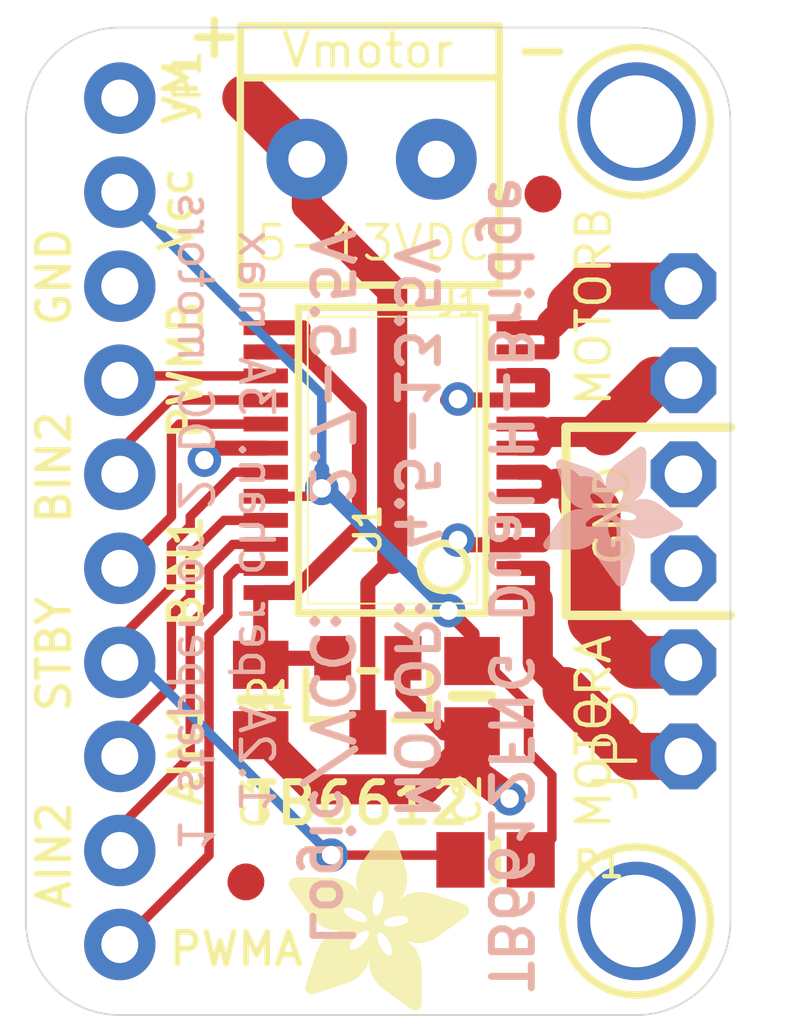
<source format=kicad_pcb>
(kicad_pcb (version 20211014) (generator pcbnew)
  (layers (0 "F.Cu" signal) (31 "B.Cu" signal) (34 "B.Paste" user) (35 "F.Paste" user) (36 "B.SilkS" user "B.Silkscreen") (37 "F.SilkS" user "F.Silkscreen") (38 "B.Mask" user) (39 "F.Mask" user) (44 "Edge.Cuts" user))
  (net 0 "")
  (net 1 "PWRIN")
  (net 2 "VMOTOR")
  (net 3 "VCC")
  (net 4 "AIN1")
  (net 5 "AIN2")
  (net 6 "PWMA")
  (net 7 "STBY")
  (net 8 "BIN1")
  (net 9 "BIN2")
  (net 10 "PWMB")
  (net 11 "MA1")
  (net 12 "MA2")
  (net 13 "MB1")
  (net 14 "MB2")
  (net 15 "GND")
  (footprint "boardEagle:MOUNTINGHOLE_2.5_PLATED" (layer "F.Cu") (at 155.4861 115.7986)
    (fp_text reference "U$14" hide)
    (fp_text value "MOUNTINGHOLE2.5" hide)
    (pad "P$1" thru_hole circle (at 0 0) (size 3.2 3.2) (drill 2.5) (layers *.Cu *.Mask))
  )
  (footprint "boardEagle:0805-NO" (layer "F.Cu") (at 151.6761 114.1476)
    (fp_text reference "R1" (at 2.032 0.127) (layer "F.SilkS") (effects (font (size 0.692831 0.692831) (thickness 0.119969)) (justify left)))
    (fp_text value "10K")
    (pad "1" smd rect (at -0.95 0) (size 1.3 1.5) (layers "F.Cu" "F.Paste" "F.Mask") (net 7 "STBY"))
    (pad "2" smd rect (at 0.95 0) (size 1.3 1.5) (layers "F.Cu" "F.Paste" "F.Mask") (net 3 "VCC"))
  )
  (footprint "boardEagle:TERMBLOCK_1X2-3.5MM" (layer "F.Cu") (at 148.3741 95.2246 180)
    (fp_text reference "J1" (at -3 -3.89) (layer "F.SilkS") (effects (font (size 0.692831 0.692831) (thickness 0.119969)) (justify right)))
    (fp_text value "VMOTORIN")
    (pad "1" thru_hole circle (at 1.8 0 180) (size 2.1844 2.1844) (drill 1) (layers *.Cu *.Mask) (net 1 "PWRIN"))
    (pad "2" thru_hole circle (at -1.7 0 180) (size 2.1844 2.1844) (drill 1) (layers *.Cu *.Mask) (net 15 "GND"))
  )
  (footprint "boardEagle:FIDUCIAL_1MM" (layer "F.Cu") (at 144.9261 114.7436)
    (fp_text reference "FID1" hide)
    (fp_text value "FIDUCIAL\"\"" hide)
    (pad "1" smd roundrect (at 0 0) (size 1 1) (layers "F.Cu" "F.Mask") (roundrect_rratio 0.5))
  )
  (footprint "boardEagle:SOT23-WIDE" (layer "F.Cu") (at 148.2231 109.7026 180)
    (fp_text reference "Q1" (at 1.905 0) (layer "F.SilkS") (effects (font (size 0.692831 0.692831) (thickness 0.119969)) (justify right)))
    (fp_text value "DMG3415")
    (pad "1" smd rect (at -0.95 1 180) (size 1 1.2) (layers "F.Cu" "F.Paste" "F.Mask") (net 15 "GND"))
    (pad "2" smd rect (at 0.95 1 180) (size 1 1.2) (layers "F.Cu" "F.Paste" "F.Mask") (net 2 "VMOTOR"))
    (pad "3" smd rect (at 0 -1 180) (size 1 1.2) (layers "F.Cu" "F.Paste" "F.Mask") (net 1 "PWRIN"))
  )
  (footprint "boardEagle:0805-NO" (layer "F.Cu") (at 151.0411 109.7266 -90)
    (fp_text reference "C2" (at 2.032 0.127 90) (layer "F.SilkS") (effects (font (size 0.692831 0.692831) (thickness 0.119969)) (justify right)))
    (fp_text value "10µF")
    (pad "1" smd rect (at -0.95 0 270) (size 1.3 1.5) (layers "F.Cu" "F.Paste" "F.Mask") (net 3 "VCC"))
    (pad "2" smd rect (at 0.95 0 270) (size 1.3 1.5) (layers "F.Cu" "F.Paste" "F.Mask") (net 15 "GND"))
  )
  (footprint "boardEagle:1X10_ROUND_76" (layer "F.Cu") (at 141.5161 105.0036 -90)
    (fp_text reference "JP1" (at -12.7762 -1.8288 90) (layer "F.SilkS") (effects (font (size 0.692831 0.692831) (thickness 0.119969)) (justify right)))
    (fp_text value "")
    (pad "1" thru_hole circle (at -11.43 0) (size 1.9304 1.9304) (drill 1) (layers *.Cu *.Mask) (net 1 "PWRIN"))
    (pad "2" thru_hole circle (at -8.89 0) (size 1.9304 1.9304) (drill 1) (layers *.Cu *.Mask) (net 3 "VCC"))
    (pad "3" thru_hole circle (at -6.35 0) (size 1.9304 1.9304) (drill 1) (layers *.Cu *.Mask) (net 15 "GND"))
    (pad "4" thru_hole circle (at -3.81 0) (size 1.9304 1.9304) (drill 1) (layers *.Cu *.Mask) (net 10 "PWMB"))
    (pad "5" thru_hole circle (at -1.27 0) (size 1.9304 1.9304) (drill 1) (layers *.Cu *.Mask) (net 9 "BIN2"))
    (pad "6" thru_hole circle (at 1.27 0) (size 1.9304 1.9304) (drill 1) (layers *.Cu *.Mask) (net 8 "BIN1"))
    (pad "7" thru_hole circle (at 3.81 0) (size 1.9304 1.9304) (drill 1) (layers *.Cu *.Mask) (net 7 "STBY"))
    (pad "8" thru_hole circle (at 6.35 0) (size 1.9304 1.9304) (drill 1) (layers *.Cu *.Mask) (net 4 "AIN1"))
    (pad "9" thru_hole circle (at 8.89 0) (size 1.9304 1.9304) (drill 1) (layers *.Cu *.Mask) (net 5 "AIN2"))
    (pad "10" thru_hole circle (at 11.43 0) (size 1.9304 1.9304) (drill 1) (layers *.Cu *.Mask) (net 6 "PWMA"))
  )
  (footprint "boardEagle:ADAFRUIT_5MM" (layer "F.Cu") (at 146.0881 118.2116)
    (fp_text reference "U$15" hide)
    (fp_text value "" hide)
  )
  (footprint "boardEagle:1X06-CLEANBIG" (layer "F.Cu") (at 156.7561 105.0036 90)
    (fp_text reference "JP3" (at -7.6962 -1.8288 90) (layer "F.SilkS") (effects (font (size 1.1557 1.1557) (thickness 0.1143)) (justify left)))
    (fp_text value "")
    (pad "1" thru_hole roundrect (at -6.35 0 180) (size 1.778 1.778) (drill 1.016) (layers *.Cu *.Mask) (chamfer_ratio 0.2928932188) (chamfer top_left top_right bottom_left bottom_right) (net 11 "MA1"))
    (pad "2" thru_hole roundrect (at -3.81 0 180) (size 1.778 1.778) (drill 1.016) (layers *.Cu *.Mask) (chamfer_ratio 0.2928932188) (chamfer top_left top_right bottom_left bottom_right) (net 12 "MA2"))
    (pad "3" thru_hole roundrect (at -1.27 0 180) (size 1.778 1.778) (drill 1.016) (layers *.Cu *.Mask) (chamfer_ratio 0.2928932188) (chamfer top_left top_right bottom_left bottom_right) (net 15 "GND"))
    (pad "4" thru_hole roundrect (at 1.27 0 180) (size 1.778 1.778) (drill 1.016) (layers *.Cu *.Mask) (chamfer_ratio 0.2928932188) (chamfer top_left top_right bottom_left bottom_right) (net 15 "GND"))
    (pad "5" thru_hole roundrect (at 3.81 0 180) (size 1.778 1.778) (drill 1.016) (layers *.Cu *.Mask) (chamfer_ratio 0.2928932188) (chamfer top_left top_right bottom_left bottom_right) (net 14 "MB2"))
    (pad "6" thru_hole roundrect (at 6.35 0 180) (size 1.778 1.778) (drill 1.016) (layers *.Cu *.Mask) (chamfer_ratio 0.2928932188) (chamfer top_left top_right bottom_left bottom_right) (net 13 "MB1"))
  )
  (footprint "boardEagle:FIDUCIAL_1MM" (layer "F.Cu") (at 152.9571 96.1646)
    (fp_text reference "FID2" hide)
    (fp_text value "FIDUCIAL\"\"" hide)
    (pad "1" smd roundrect (at 0 0) (size 1 1) (layers "F.Cu" "F.Mask") (roundrect_rratio 0.5))
  )
  (footprint "boardEagle:0805-NO" (layer "F.Cu") (at 145.3261 109.8296 -90)
    (fp_text reference "C3" (at 2.032 0.127 90) (layer "F.SilkS") (effects (font (size 0.692831 0.692831) (thickness 0.119969)) (justify right)))
    (fp_text value "10µF")
    (pad "1" smd rect (at -0.95 0 270) (size 1.3 1.5) (layers "F.Cu" "F.Paste" "F.Mask") (net 2 "VMOTOR"))
    (pad "2" smd rect (at 0.95 0 270) (size 1.3 1.5) (layers "F.Cu" "F.Paste" "F.Mask") (net 15 "GND"))
  )
  (footprint "boardEagle:MOUNTINGHOLE_2.5_PLATED" (layer "F.Cu") (at 155.4861 94.2086)
    (fp_text reference "U$13" hide)
    (fp_text value "MOUNTINGHOLE2.5" hide)
    (pad "P$1" thru_hole circle (at 0 0) (size 3.2 3.2) (drill 2.5) (layers *.Cu *.Mask))
  )
  (footprint "boardEagle:SSOP24" (layer "F.Cu") (at 148.8821 103.3526 90)
    (fp_text reference "U1" (at -2.667 -0.6604 90) (layer "F.SilkS") (effects (font (size 0.692831 0.692831) (thickness 0.119969)) (justify left)))
    (fp_text value "TB6612 SSOP")
    (pad "1" smd rect (at -3.575 3.42 90) (size 0.4 1.2) (layers "F.Cu" "F.Paste" "F.Mask") (net 11 "MA1"))
    (pad "2" smd rect (at -2.925 3.42 90) (size 0.4 1.2) (layers "F.Cu" "F.Paste" "F.Mask") (net 11 "MA1"))
    (pad "3" smd rect (at -2.275 3.42 90) (size 0.4 1.2) (layers "F.Cu" "F.Paste" "F.Mask") (net 15 "GND"))
    (pad "4" smd rect (at -1.625 3.42 90) (size 0.4 1.2) (layers "F.Cu" "F.Paste" "F.Mask") (net 15 "GND"))
    (pad "5" smd rect (at -0.975 3.42 90) (size 0.4 1.2) (layers "F.Cu" "F.Paste" "F.Mask") (net 12 "MA2"))
    (pad "6" smd rect (at -0.325 3.42 90) (size 0.4 1.2) (layers "F.Cu" "F.Paste" "F.Mask") (net 12 "MA2"))
    (pad "7" smd rect (at 0.325 3.42 90) (size 0.4 1.2) (layers "F.Cu" "F.Paste" "F.Mask") (net 14 "MB2"))
    (pad "8" smd rect (at 0.975 3.42 90) (size 0.4 1.2) (layers "F.Cu" "F.Paste" "F.Mask") (net 14 "MB2"))
    (pad "9" smd rect (at 1.625 3.42 90) (size 0.4 1.2) (layers "F.Cu" "F.Paste" "F.Mask") (net 15 "GND"))
    (pad "10" smd rect (at 2.275 3.42 90) (size 0.4 1.2) (layers "F.Cu" "F.Paste" "F.Mask") (net 15 "GND"))
    (pad "11" smd rect (at 2.925 3.42 90) (size 0.4 1.2) (layers "F.Cu" "F.Paste" "F.Mask") (net 13 "MB1"))
    (pad "12" smd rect (at 3.575 3.42 90) (size 0.4 1.2) (layers "F.Cu" "F.Paste" "F.Mask") (net 13 "MB1"))
    (pad "13" smd rect (at 3.575 -3.42 90) (size 0.4 1.2) (layers "F.Cu" "F.Paste" "F.Mask") (net 2 "VMOTOR"))
    (pad "14" smd rect (at 2.925 -3.42 90) (size 0.4 1.2) (layers "F.Cu" "F.Paste" "F.Mask") (net 2 "VMOTOR"))
    (pad "15" smd rect (at 2.275 -3.42 90) (size 0.4 1.2) (layers "F.Cu" "F.Paste" "F.Mask") (net 10 "PWMB"))
    (pad "16" smd rect (at 1.625 -3.42 90) (size 0.4 1.2) (layers "F.Cu" "F.Paste" "F.Mask") (net 9 "BIN2"))
    (pad "17" smd rect (at 0.975 -3.42 90) (size 0.4 1.2) (layers "F.Cu" "F.Paste" "F.Mask") (net 8 "BIN1"))
    (pad "18" smd rect (at 0.325 -3.42 90) (size 0.4 1.2) (layers "F.Cu" "F.Paste" "F.Mask") (net 15 "GND"))
    (pad "19" smd rect (at -0.325 -3.42 90) (size 0.4 1.2) (layers "F.Cu" "F.Paste" "F.Mask") (net 7 "STBY"))
    (pad "20" smd rect (at -0.975 -3.42 90) (size 0.4 1.2) (layers "F.Cu" "F.Paste" "F.Mask") (net 3 "VCC"))
    (pad "21" smd rect (at -1.625 -3.42 90) (size 0.4 1.2) (layers "F.Cu" "F.Paste" "F.Mask") (net 4 "AIN1"))
    (pad "22" smd rect (at -2.275 -3.42 90) (size 0.4 1.2) (layers "F.Cu" "F.Paste" "F.Mask") (net 5 "AIN2"))
    (pad "23" smd rect (at -2.925 -3.42 90) (size 0.4 1.2) (layers "F.Cu" "F.Paste" "F.Mask") (net 6 "PWMA"))
    (pad "24" smd rect (at -3.575 -3.42 90) (size 0.4 1.2) (layers "F.Cu" "F.Paste" "F.Mask") (net 2 "VMOTOR"))
  )
  (footprint "boardEagle:ADAFRUIT_3.5MM" (layer "B.Cu") (at 152.9461 102.9716)
    (fp_text reference "U$11" hide)
    (fp_text value "" hide)
  )
  (gr_line (start 153.5811 107.5436) (end 158.0261 107.5436) (layer "F.SilkS") (width 0.254))
  (gr_line (start 153.5811 102.4636) (end 153.5811 107.5436) (layer "F.SilkS") (width 0.254))
  (gr_line (start 158.0261 102.4636) (end 153.5811 102.4636) (layer "F.SilkS") (width 0.254))
  (gr_arc (start 138.9761 94.2086) (mid 139.720049 92.412549) (end 141.5161 91.6686) (layer "Edge.Cuts") (width 0.05))
  (gr_line (start 158.0261 94.2086) (end 158.0261 115.7986) (layer "Edge.Cuts") (width 0.05))
  (gr_arc (start 141.5161 118.3386) (mid 139.720049 117.594651) (end 138.9761 115.7986) (layer "Edge.Cuts") (width 0.05))
  (gr_arc (start 158.0261 115.7986) (mid 157.282151 117.594651) (end 155.4861 118.3386) (layer "Edge.Cuts") (width 0.05))
  (gr_arc (start 155.4861 91.6686) (mid 157.282151 92.412549) (end 158.0261 94.2086) (layer "Edge.Cuts") (width 0.05))
  (gr_line (start 155.4861 118.3386) (end 141.5161 118.3386) (layer "Edge.Cuts") (width 0.05))
  (gr_line (start 141.5161 91.6686) (end 155.4861 91.6686) (layer "Edge.Cuts") (width 0.05))
  (gr_line (start 138.9761 115.7986) (end 138.9761 94.2086) (layer "Edge.Cuts") (width 0.05))
  (gr_text "Logic/VCC:" (at 146.5961 116.5706 -90) (layer "B.SilkS") (effects (font (size 1.0795 1.0795) (thickness 0.1905)) (justify left bottom mirror)))
  (gr_text "MOTOR:" (at 148.8821 113.1416 -90) (layer "B.SilkS") (effects (font (size 1.0795 1.0795) (thickness 0.1905)) (justify left bottom mirror)))
  (gr_text "4.5-13.5V" (at 148.8821 105.9306 -90) (layer "B.SilkS") (effects (font (size 1.0795 1.0795) (thickness 0.1905)) (justify left bottom mirror)))
  (gr_text "2.7-5.5V" (at 146.5961 104.6606 -90) (layer "B.SilkS") (effects (font (size 1.0795 1.0795) (thickness 0.1905)) (justify left bottom mirror)))
  (gr_text "1.2A per chan. 3A max" (at 145.1991 105.0036 -90) (layer "B.SilkS") (effects (font (size 0.89408 0.89408) (thickness 0.12192)) (justify mirror)))
  (gr_text "TB6612FNG Dual H-Bridge" (at 151.4221 117.8306 -90) (layer "B.SilkS") (effects (font (size 1.0795 1.0795) (thickness 0.1905)) (justify left bottom mirror)))
  (gr_text "1 stepper or 2 DC motors" (at 143.5481 105.0036 -90) (layer "B.SilkS") (effects (font (size 0.89408 0.89408) (thickness 0.12192)) (justify mirror)))
  (gr_text "VM" (at 143.6751 94.3596 90) (layer "F.SilkS") (effects (font (size 0.8636 0.8636) (thickness 0.1524)) (justify left bottom)))
  (gr_text "STBY" (at 140.2461 110.2346 90) (layer "F.SilkS") (effects (font (size 0.8636 0.8636) (thickness 0.1524)) (justify left bottom)))
  (gr_text "BIN1" (at 143.8021 107.9486 90) (layer "F.SilkS") (effects (font (size 0.8636 0.8636) (thickness 0.1524)) (justify left bottom)))
  (gr_text "AIN2" (at 140.2461 115.5686 90) (layer "F.SilkS") (effects (font (size 0.8636 0.8636) (thickness 0.1524)) (justify left bottom)))
  (gr_text "GND" (at 155.3591 106.2816 90) (layer "F.SilkS") (effects (font (size 0.89408 0.89408) (thickness 0.12192)) (justify left bottom)))
  (gr_text "PWMA" (at 142.7701 117.0686) (layer "F.SilkS") (effects (font (size 0.8636 0.8636) (thickness 0.1524)) (justify left bottom)))
  (gr_text "GND" (at 140.2461 99.8206 90) (layer "F.SilkS") (effects (font (size 0.8636 0.8636) (thickness 0.1524)) (justify left bottom)))
  (gr_text "Vcc" (at 143.5481 97.7886 90) (layer "F.SilkS") (effects (font (size 0.8636 0.8636) (thickness 0.1524)) (justify left bottom)))
  (gr_text "MOTORB" (at 154.8511 101.9636 90) (layer "F.SilkS") (effects (font (size 0.89408 0.89408) (thickness 0.12192)) (justify left bottom)))
  (gr_text "-" (at 152.0491 92.9386) (layer "F.SilkS") (effects (font (size 1.20904 1.20904) (thickness 0.21336)) (justify left bottom)))
  (gr_text "MOTORA" (at 154.8511 113.3936 90) (layer "F.SilkS") (effects (font (size 0.89408 0.89408) (thickness 0.12192)) (justify left bottom)))
  (gr_text "+" (at 144.6911 92.8196 90) (layer "F.SilkS") (effects (font (size 1.20904 1.20904) (thickness 0.21336)) (justify left bottom)))
  (gr_text "5-13VDC" (at 145.1261 98.0266) (layer "F.SilkS") (effects (font (size 0.9144 0.9144) (thickness 0.1016)) (justify left bottom)))
  (gr_text "TB6612" (at 144.8181 113.2586) (layer "F.SilkS") (effects (font (size 1.0795 1.0795) (thickness 0.1905)) (justify left bottom)))
  (gr_text "PWMB" (at 143.8021 102.8686 90) (layer "F.SilkS") (effects (font (size 0.8636 0.8636) (thickness 0.1524)) (justify left bottom)))
  (gr_text "BIN2" (at 140.2461 105.1546 90) (layer "F.SilkS") (effects (font (size 0.8636 0.8636) (thickness 0.1524)) (justify left bottom)))
  (gr_text "Vmotor" (at 145.8261 92.8116) (layer "F.SilkS") (effects (font (size 0.89408 0.89408) (thickness 0.12192)) (justify left bottom)))
  (gr_text "AIN1" (at 143.8021 112.7746 90) (layer "F.SilkS") (effects (font (size 0.8636 0.8636) (thickness 0.1524)) (justify left bottom)))
  (segment (start 148.2231 106.6786) (end 148.2231 110.7026) (width 0.4064) (layer "F.Cu") (net 1))
  (segment (start 148.8821 106.0196) (end 148.8821 98.7806) (width 0.8128) (layer "F.Cu") (net 1))
  (segment (start 148.8821 98.7806) (end 146.5741 96.4726) (width 0.8128) (layer "F.Cu") (net 1))
  (segment (start 146.5741 96.4726) (end 146.5741 95.2246) (width 0.8128) (layer "F.Cu") (net 1))
  (segment (start 144.9231 93.5736) (end 146.5741 95.2246) (width 1.27) (layer "F.Cu") (net 1))
  (segment (start 148.8821 106.0196) (end 148.2231 106.6786) (width 0.4064) (layer "F.Cu") (net 1))
  (segment (start 145.5031 108.7026) (end 147.2731 108.7026) (width 0.4064) (layer "F.Cu") (net 2))
  (segment (start 147.9931 101.9556) (end 146.4691 100.4316) (width 0.4064) (layer "F.Cu") (net 2))
  (segment (start 145.3261 108.8796) (end 145.5031 108.7026) (width 0.4064) (layer "F.Cu") (net 2))
  (segment (start 145.4621 106.9276) (end 145.3261 107.0636) (width 0.4064) (layer "F.Cu") (net 2))
  (segment (start 145.3261 107.0636) (end 145.3261 108.8796) (width 0.4064) (layer "F.Cu") (net 2))
  (segment (start 145.4621 99.7776) (end 146.4691 99.7776) (width 0.4064) (layer "F.Cu") (net 2))
  (segment (start 146.4691 99.7776) (end 146.4691 100.4316) (width 0.4064) (layer "F.Cu") (net 2))
  (segment (start 147.9931 105.1306) (end 147.9931 101.9556) (width 0.4064) (layer "F.Cu") (net 2))
  (segment (start 146.4691 100.4316) (end 145.2081 100.4316) (width 0.4064) (layer "F.Cu") (net 2))
  (segment (start 145.4621 106.9276) (end 146.1961 106.9276) (width 0.4064) (layer "F.Cu") (net 2))
  (segment (start 145.2081 100.4316) (end 145.4621 100.4276) (width 0.4064) (layer "F.Cu") (net 2))
  (segment (start 146.1961 106.9276) (end 147.9931 105.1306) (width 0.4064) (layer "F.Cu") (net 2))
  (segment (start 153.2001 113.5736) (end 152.6261 114.1476) (width 0.254) (layer "F.Cu") (net 3))
  (segment (start 146.9771 104.1146) (end 146.7641 104.3276) (width 0.254) (layer "F.Cu") (net 3))
  (segment (start 152.5651 109.9566) (end 152.5651 111.2266) (width 0.254) (layer "F.Cu") (net 3))
  (segment (start 151.3851 108.7766) (end 152.5651 109.9566) (width 0.254) (layer "F.Cu") (net 3))
  (segment (start 152.5651 111.2266) (end 153.2001 111.8616) (width 0.254) (layer "F.Cu") (net 3))
  (segment (start 151.0411 108.0516) (end 150.4061 107.4166) (width 0.4064) (layer "F.Cu") (net 3))
  (segment (start 146.7641 104.3276) (end 145.4621 104.3276) (width 0.254) (layer "F.Cu") (net 3))
  (segment (start 153.2001 111.8616) (end 153.2001 113.5736) (width 0.254) (layer "F.Cu") (net 3))
  (segment (start 151.0411 108.7766) (end 151.3851 108.7766) (width 0.254) (layer "F.Cu") (net 3))
  (segment (start 151.0411 108.7766) (end 151.0411 108.0516) (width 0.4064) (layer "F.Cu") (net 3))
  (via (at 146.9771 104.1146) (size 0.9064) (drill 0.5) (layers "F.Cu" "B.Cu") (net 3))
  (via (at 150.4061 107.4166) (size 0.9064) (drill 0.5) (layers "F.Cu" "B.Cu") (net 3))
  (segment (start 146.9771 103.9876) (end 146.9771 103.6066) (width 0.4064) (layer "B.Cu") (net 3))
  (segment (start 146.9771 103.6066) (end 146.9771 104.1146) (width 0.254) (layer "B.Cu") (net 3))
  (segment (start 146.9771 101.5746) (end 146.9771 103.6066) (width 0.254) (layer "B.Cu") (net 3))
  (segment (start 141.5161 96.1136) (end 146.9771 101.5746) (width 0.254) (layer "B.Cu") (net 3))
  (segment (start 150.4061 107.4166) (end 146.9771 103.9876) (width 0.4064) (layer "B.Cu") (net 3))
  (segment (start 142.9131 107.5436) (end 142.9131 109.4486) (width 0.254) (layer "F.Cu") (net 4))
  (segment (start 143.4211 107.0356) (end 142.9131 107.5436) (width 0.254) (layer "F.Cu") (net 4))
  (segment (start 145.4621 104.9776) (end 144.3361 104.9776) (width 0.254) (layer "F.Cu") (net 4))
  (segment (start 143.4211 105.8926) (end 143.4211 107.0356) (width 0.254) (layer "F.Cu") (net 4))
  (segment (start 142.9131 109.4486) (end 141.5161 110.8456) (width 0.254) (layer "F.Cu") (net 4))
  (segment (start 144.3361 104.9776) (end 143.4211 105.8926) (width 0.254) (layer "F.Cu") (net 4))
  (segment (start 141.5161 110.8456) (end 141.5161 111.3536) (width 0.254) (layer "F.Cu") (net 4))
  (segment (start 143.9291 106.2736) (end 143.9291 107.2896) (width 0.254) (layer "F.Cu") (net 5))
  (segment (start 145.4621 105.6276) (end 144.5751 105.6276) (width 0.254) (layer "F.Cu") (net 5))
  (segment (start 144.5751 105.6276) (end 143.9291 106.2736) (width 0.254) (layer "F.Cu") (net 5))
  (segment (start 143.4211 111.3536) (end 141.5161 113.2586) (width 0.254) (layer "F.Cu") (net 5))
  (segment (start 143.9291 107.2896) (end 143.4211 107.7976) (width 0.254) (layer "F.Cu") (net 5))
  (segment (start 143.4211 107.7976) (end 143.4211 111.3536) (width 0.254) (layer "F.Cu") (net 5))
  (segment (start 141.5161 113.2586) (end 141.5161 113.8936) (width 0.254) (layer "F.Cu") (net 5))
  (segment (start 144.4371 106.5276) (end 144.4371 107.5436) (width 0.254) (layer "F.Cu") (net 6))
  (segment (start 143.9291 108.0516) (end 143.9291 114.0206) (width 0.254) (layer "F.Cu") (net 6))
  (segment (start 145.4621 106.2776) (end 144.6871 106.2776) (width 0.254) (layer "F.Cu") (net 6))
  (segment (start 144.6871 106.2776) (end 144.4371 106.5276) (width 0.254) (layer "F.Cu") (net 6))
  (segment (start 143.9291 114.0206) (end 141.5161 116.4336) (width 0.254) (layer "F.Cu") (net 6))
  (segment (start 144.4371 107.5436) (end 143.9291 108.0516) (width 0.254) (layer "F.Cu") (net 6))
  (segment (start 143.4211 105.1306) (end 142.9131 105.6386) (width 0.254) (layer "F.Cu") (net 7))
  (segment (start 145.4621 103.6776) (end 144.6201 103.6776) (width 0.254) (layer "F.Cu") (net 7))
  (segment (start 147.2311 114.0206) (end 150.5991 114.0206) (width 0.254) (layer "F.Cu") (net 7))
  (segment (start 150.5991 114.0206) (end 150.7261 114.1476) (width 0.254) (layer "F.Cu") (net 7))
  (segment (start 142.9131 106.7816) (end 141.5161 108.1786) (width 0.254) (layer "F.Cu") (net 7))
  (segment (start 143.4211 104.8766) (end 143.4211 105.1306) (width 0.254) (layer "F.Cu") (net 7))
  (segment (start 141.5161 108.1786) (end 141.5161 108.8136) (width 0.254) (layer "F.Cu") (net 7))
  (segment (start 144.6201 103.6776) (end 143.4211 104.8766) (width 0.254) (layer "F.Cu") (net 7))
  (segment (start 142.9131 105.6386) (end 142.9131 106.7816) (width 0.254) (layer "F.Cu") (net 7))
  (via (at 147.2311 114.0206) (size 0.9064) (drill 0.5) (layers "F.Cu" "B.Cu") (net 7))
  (segment (start 141.5161 108.8136) (end 142.0241 108.8136) (width 0.254) (layer "B.Cu") (net 7))
  (segment (start 142.0241 108.8136) (end 147.2311 114.0206) (width 0.254) (layer "B.Cu") (net 7))
  (segment (start 143.1261 102.3776) (end 142.9131 102.5906) (width 0.254) (layer "F.Cu") (net 8))
  (segment (start 142.9131 104.8766) (end 141.5161 106.2736) (width 0.254) (layer "F.Cu") (net 8))
  (segment (start 142.9131 102.5906) (end 142.9131 104.8766) (width 0.254) (layer "F.Cu") (net 8))
  (segment (start 145.4621 102.3776) (end 143.1261 102.3776) (width 0.254) (layer "F.Cu") (net 8))
  (segment (start 141.5161 103.0986) (end 141.5161 103.7336) (width 0.254) (layer "F.Cu") (net 9))
  (segment (start 145.4621 101.7276) (end 142.8871 101.7276) (width 0.254) (layer "F.Cu") (net 9))
  (segment (start 142.8871 101.7276) (end 141.5161 103.0986) (width 0.254) (layer "F.Cu") (net 9))
  (segment (start 145.4621 101.0776) (end 141.6321 101.0776) (width 0.254) (layer "F.Cu") (net 10))
  (segment (start 141.6321 101.0776) (end 141.5161 101.1936) (width 0.254) (layer "F.Cu") (net 10))
  (segment (start 152.8191 108.8136) (end 153.5811 109.5756) (width 0.8128) (layer "F.Cu") (net 11))
  (segment (start 152.9461 106.9276) (end 152.8191 106.9276) (width 0.254) (layer "F.Cu") (net 11))
  (segment (start 152.8191 106.9276) (end 152.8191 107.118519) (width 0.254) (layer "F.Cu") (net 11))
  (segment (start 152.9461 106.9276) (end 152.9461 106.2736) (width 0.4064) (layer "F.Cu") (net 11))
  (segment (start 152.0481 106.2736) (end 152.3021 106.2776) (width 0.4064) (layer "F.Cu") (net 11))
  (segment (start 153.5811 109.5756) (end 155.3591 111.3536) (width 1.27) (layer "F.Cu") (net 11))
  (segment (start 152.8191 107.118519) (end 152.8191 108.8136) (width 0.8128) (layer "F.Cu") (net 11))
  (segment (start 152.3021 106.9276) (end 152.8191 106.9276) (width 0.254) (layer "F.Cu") (net 11))
  (segment (start 155.3591 111.3536) (end 156.7561 111.3536) (width 1.27) (layer "F.Cu") (net 11))
  (segment (start 152.9461 106.2736) (end 152.0481 106.2736) (width 0.4064) (layer "F.Cu") (net 11))
  (segment (start 152.3021 104.3276) (end 152.9461 104.3276) (width 0.4064) (layer "F.Cu") (net 12))
  (segment (start 154.0891 104.4956) (end 154.3431 104.7496) (width 1.4224) (layer "F.Cu") (net 12))
  (segment (start 154.3431 104.7496) (end 154.3431 107.6706) (width 1.4224) (layer "F.Cu") (net 12))
  (segment (start 152.9461 103.6776) (end 152.3021 103.6776) (width 0.4064) (layer "F.Cu") (net 12))
  (segment (start 152.9461 104.3276) (end 153.3271 103.9876) (width 0.4064) (layer "F.Cu") (net 12))
  (segment (start 153.3271 103.9876) (end 152.9461 103.6776) (width 0.4064) (layer "F.Cu") (net 12))
  (segment (start 153.5811 103.9876) (end 154.0891 104.4956) (width 0.8128) (layer "F.Cu") (net 12))
  (segment (start 154.3431 107.6706) (end 155.4861 108.8136) (width 1.4224) (layer "F.Cu") (net 12))
  (segment (start 155.4861 108.8136) (end 156.7561 108.8136) (width 1.4224) (layer "F.Cu") (net 12))
  (segment (start 153.3271 103.9876) (end 153.5811 103.9876) (width 0.8128) (layer "F.Cu") (net 12))
  (segment (start 152.3021 99.7776) (end 152.9461 99.7776) (width 0.4064) (layer "F.Cu") (net 13))
  (segment (start 152.9461 99.7776) (end 153.2001 99.6696) (width 0.4064) (layer "F.Cu") (net 13))
  (segment (start 153.7081 99.1616) (end 154.2161 98.6536) (width 1.27) (layer "F.Cu") (net 13))
  (segment (start 154.2161 98.6536) (end 156.7561 98.6536) (width 1.27) (layer "F.Cu") (net 13))
  (segment (start 153.2001 99.6696) (end 153.7081 99.1616) (width 0.8128) (layer "F.Cu") (net 13))
  (segment (start 153.2001 100.4276) (end 152.3021 100.4276) (width 0.4064) (layer "F.Cu") (net 13))
  (segment (start 153.2001 99.6696) (end 153.2001 100.4276) (width 0.4064) (layer "F.Cu") (net 13))
  (segment (start 156.7561 101.1936) (end 155.9941 101.1936) (width 1.27) (layer "F.Cu") (net 14))
  (segment (start 154.5971 102.5906) (end 153.2001 102.5906) (width 0.8128) (layer "F.Cu") (net 14))
  (segment (start 152.9461 102.3776) (end 153.2001 102.5906) (width 0.4064) (layer "F.Cu") (net 14))
  (segment (start 152.9461 103.0276) (end 152.3021 103.0276) (width 0.4064) (layer "F.Cu") (net 14))
  (segment (start 152.3021 102.3776) (end 152.9461 102.3776) (width 0.4064) (layer "F.Cu") (net 14))
  (segment (start 155.9941 101.1936) (end 154.5971 102.5906) (width 1.27) (layer "F.Cu") (net 14))
  (segment (start 153.2001 102.5906) (end 152.9461 103.0276) (width 0.4064) (layer "F.Cu") (net 14))
  (segment (start 144.1121 103.0276) (end 143.8021 103.3526) (width 0.4064) (layer "F.Cu") (net 15))
  (segment (start 146.7891 112.2426) (end 149.7711 112.2426) (width 0.8128) (layer "F.Cu") (net 15))
  (segment (start 152.9461 105.6386) (end 152.9461 104.9776) (width 0.4064) (layer "F.Cu") (net 15))
  (segment (start 150.7871 105.6386) (end 150.6601 105.5116) (width 0.4064) (layer "F.Cu") (net 15))
  (segment (start 150.3801 101.7276) (end 150.6601 101.7016) (width 0.4064) (layer "F.Cu") (net 15))
  (segment (start 149.1731 109.6126) (end 150.2791 110.7186) (width 0.4064) (layer "F.Cu") (net 15))
  (segment (start 152.0481 105.6386) (end 152.9461 105.6386) (width 0.4064) (layer "F.Cu") (net 15))
  (segment (start 152.9461 104.9776) (end 152.3021 104.9776) (width 0.4064) (layer "F.Cu") (net 15))
  (segment (start 145.4621 103.0276) (end 144.1121 103.0276) (width 0.4064) (layer "F.Cu") (net 15))
  (segment (start 152.3021 105.6276) (end 152.0481 105.6386) (width 0.4064) (layer "F.Cu") (net 15))
  (segment (start 152.3021 101.7276) (end 150.3801 101.7276) (width 0.4064) (layer "F.Cu") (net 15))
  (segment (start 152.0481 105.6386) (end 150.7871 105.6386) (width 0.4064) (layer "F.Cu") (net 15))
  (segment (start 152.9461 101.7276) (end 152.9461 101.0666) (width 0.4064) (layer "F.Cu") (net 15))
  (segment (start 151.1261 111.8196) (end 151.0411 110.6766) (width 0.8128) (layer "F.Cu") (net 15))
  (segment (start 152.0481 101.0666) (end 152.3021 101.0776) (width 0.4064) (layer "F.Cu") (net 15))
  (segment (start 152.3021 101.7276) (end 152.9461 101.7276) (width 0.4064) (layer "F.Cu") (net 15))
  (segment (start 150.2791 110.7186) (end 150.9991 110.7186) (width 0.4064) (layer "F.Cu") (net 15))
  (segment (start 151.0411 110.6766) (end 150.9991 110.7186) (width 0.254) (layer "F.Cu") (net 15))
  (segment (start 149.1731 108.7026) (end 149.1731 109.6126) (width 0.4064) (layer "F.Cu") (net 15))
  (segment (start 151.0411 110.9726) (end 151.0411 110.6766) (width 0.254) (layer "F.Cu") (net 15))
  (segment (start 152.9461 101.0666) (end 152.0481 101.0666) (width 0.4064) (layer "F.Cu") (net 15))
  (segment (start 145.3261 110.7796) (end 146.7891 112.2426) (width 0.8128) (layer "F.Cu") (net 15))
  (segment (start 152.0571 112.4966) (end 151.1261 111.8196) (width 0.8128) (layer "F.Cu") (net 15))
  (segment (start 149.7711 112.2426) (end 151.0411 110.9726) (width 0.8128) (layer "F.Cu") (net 15))
  (via (at 152.0571 112.4966) (size 0.9064) (drill 0.5) (layers "F.Cu" "B.Cu") (net 15))
  (via (at 143.8021 103.3526) (size 0.9064) (drill 0.5) (layers "F.Cu" "B.Cu") (net 15))
  (via (at 150.6601 105.5116) (size 0.9064) (drill 0.5) (layers "F.Cu" "B.Cu") (net 15))
  (via (at 150.6601 101.7016) (size 0.9064) (drill 0.5) (layers "F.Cu" "B.Cu") (net 15))
  (segment (start 143.8021 103.3526) (end 143.9291 103.3526) (width 0.4064) (layer "B.Cu") (net 15))
  (segment (start 152.0571 112.4966) (end 152.0571 112.3696) (width 0.4064) (layer "B.Cu") (net 15))
)
</source>
